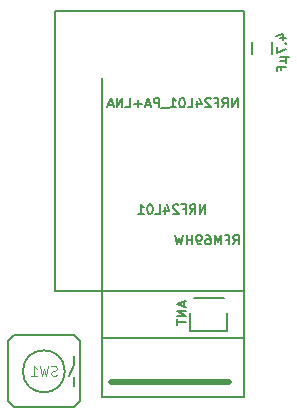
<source format=gbr>
G04 #@! TF.FileFunction,Legend,Bot*
%FSLAX46Y46*%
G04 Gerber Fmt 4.6, Leading zero omitted, Abs format (unit mm)*
G04 Created by KiCad (PCBNEW 4.0.4-stable) date Tuesday 22 November 2016 20:45:13*
%MOMM*%
%LPD*%
G01*
G04 APERTURE LIST*
%ADD10C,0.100000*%
%ADD11C,0.150000*%
%ADD12C,0.500000*%
%ADD13C,0.127000*%
%ADD14C,0.076200*%
G04 APERTURE END LIST*
D10*
D11*
X147500000Y-78700000D02*
X131500000Y-78700000D01*
X147500000Y-102400000D02*
X147500000Y-78700000D01*
X131500000Y-102400000D02*
X147500000Y-102400000D01*
X131500000Y-78700000D02*
X131500000Y-102400000D01*
X147500000Y-111400000D02*
X147500000Y-93400000D01*
X135500000Y-93400000D02*
X135500000Y-111400000D01*
X135500000Y-111400000D02*
X147500000Y-111400000D01*
X135500000Y-111400000D02*
X147500000Y-111400000D01*
X135500000Y-84400000D02*
X135500000Y-111400000D01*
X147500000Y-111400000D02*
X147500000Y-84400000D01*
X135500000Y-106400000D02*
X147500000Y-106400000D01*
D12*
X136250000Y-110100000D02*
X146250000Y-110100000D01*
D11*
X148150000Y-82300000D02*
X148150000Y-81300000D01*
X149850000Y-81300000D02*
X149850000Y-82300000D01*
D13*
X133090000Y-108692000D02*
X132709000Y-109581000D01*
X133090000Y-110470000D02*
X133090000Y-109708000D01*
X133090000Y-107930000D02*
X133090000Y-108692000D01*
X133090000Y-106152000D02*
X128010000Y-106152000D01*
X128010000Y-106152000D02*
X127502000Y-106660000D01*
X127502000Y-106660000D02*
X127502000Y-111740000D01*
X127502000Y-111740000D02*
X128010000Y-112248000D01*
X128010000Y-112248000D02*
X133090000Y-112248000D01*
X133090000Y-112248000D02*
X133598000Y-111740000D01*
X133598000Y-111740000D02*
X133598000Y-106660000D01*
X133598000Y-106660000D02*
X133090000Y-106152000D01*
X132328000Y-109200000D02*
G75*
G03X132328000Y-109200000I-1778000J0D01*
G01*
D11*
X146050000Y-105800000D02*
X146050000Y-104250000D01*
X142950000Y-104250000D02*
X142950000Y-105800000D01*
X142950000Y-105800000D02*
X146050000Y-105800000D01*
X143230000Y-102980000D02*
X145770000Y-102980000D01*
X146590476Y-98461905D02*
X146857143Y-98080952D01*
X147047619Y-98461905D02*
X147047619Y-97661905D01*
X146742857Y-97661905D01*
X146666666Y-97700000D01*
X146628571Y-97738095D01*
X146590476Y-97814286D01*
X146590476Y-97928571D01*
X146628571Y-98004762D01*
X146666666Y-98042857D01*
X146742857Y-98080952D01*
X147047619Y-98080952D01*
X145980952Y-98042857D02*
X146247619Y-98042857D01*
X146247619Y-98461905D02*
X146247619Y-97661905D01*
X145866666Y-97661905D01*
X145561905Y-98461905D02*
X145561905Y-97661905D01*
X145295238Y-98233333D01*
X145028571Y-97661905D01*
X145028571Y-98461905D01*
X144304762Y-97661905D02*
X144457143Y-97661905D01*
X144533333Y-97700000D01*
X144571428Y-97738095D01*
X144647619Y-97852381D01*
X144685714Y-98004762D01*
X144685714Y-98309524D01*
X144647619Y-98385714D01*
X144609524Y-98423810D01*
X144533333Y-98461905D01*
X144380952Y-98461905D01*
X144304762Y-98423810D01*
X144266666Y-98385714D01*
X144228571Y-98309524D01*
X144228571Y-98119048D01*
X144266666Y-98042857D01*
X144304762Y-98004762D01*
X144380952Y-97966667D01*
X144533333Y-97966667D01*
X144609524Y-98004762D01*
X144647619Y-98042857D01*
X144685714Y-98119048D01*
X143847619Y-98461905D02*
X143695238Y-98461905D01*
X143619047Y-98423810D01*
X143580952Y-98385714D01*
X143504761Y-98271429D01*
X143466666Y-98119048D01*
X143466666Y-97814286D01*
X143504761Y-97738095D01*
X143542857Y-97700000D01*
X143619047Y-97661905D01*
X143771428Y-97661905D01*
X143847619Y-97700000D01*
X143885714Y-97738095D01*
X143923809Y-97814286D01*
X143923809Y-98004762D01*
X143885714Y-98080952D01*
X143847619Y-98119048D01*
X143771428Y-98157143D01*
X143619047Y-98157143D01*
X143542857Y-98119048D01*
X143504761Y-98080952D01*
X143466666Y-98004762D01*
X143123809Y-98461905D02*
X143123809Y-97661905D01*
X143123809Y-98042857D02*
X142666666Y-98042857D01*
X142666666Y-98461905D02*
X142666666Y-97661905D01*
X142361904Y-97661905D02*
X142171428Y-98461905D01*
X142019047Y-97890476D01*
X141866666Y-98461905D01*
X141676190Y-97661905D01*
X144219048Y-95861905D02*
X144219048Y-95061905D01*
X143761905Y-95861905D01*
X143761905Y-95061905D01*
X142923810Y-95861905D02*
X143190477Y-95480952D01*
X143380953Y-95861905D02*
X143380953Y-95061905D01*
X143076191Y-95061905D01*
X143000000Y-95100000D01*
X142961905Y-95138095D01*
X142923810Y-95214286D01*
X142923810Y-95328571D01*
X142961905Y-95404762D01*
X143000000Y-95442857D01*
X143076191Y-95480952D01*
X143380953Y-95480952D01*
X142314286Y-95442857D02*
X142580953Y-95442857D01*
X142580953Y-95861905D02*
X142580953Y-95061905D01*
X142200000Y-95061905D01*
X141933334Y-95138095D02*
X141895239Y-95100000D01*
X141819048Y-95061905D01*
X141628572Y-95061905D01*
X141552382Y-95100000D01*
X141514286Y-95138095D01*
X141476191Y-95214286D01*
X141476191Y-95290476D01*
X141514286Y-95404762D01*
X141971429Y-95861905D01*
X141476191Y-95861905D01*
X140790477Y-95328571D02*
X140790477Y-95861905D01*
X140980953Y-95023810D02*
X141171429Y-95595238D01*
X140676191Y-95595238D01*
X139990476Y-95861905D02*
X140371429Y-95861905D01*
X140371429Y-95061905D01*
X139571429Y-95061905D02*
X139495238Y-95061905D01*
X139419048Y-95100000D01*
X139380953Y-95138095D01*
X139342857Y-95214286D01*
X139304762Y-95366667D01*
X139304762Y-95557143D01*
X139342857Y-95709524D01*
X139380953Y-95785714D01*
X139419048Y-95823810D01*
X139495238Y-95861905D01*
X139571429Y-95861905D01*
X139647619Y-95823810D01*
X139685715Y-95785714D01*
X139723810Y-95709524D01*
X139761905Y-95557143D01*
X139761905Y-95366667D01*
X139723810Y-95214286D01*
X139685715Y-95138095D01*
X139647619Y-95100000D01*
X139571429Y-95061905D01*
X138542857Y-95861905D02*
X139000000Y-95861905D01*
X138771429Y-95861905D02*
X138771429Y-95061905D01*
X138847619Y-95176190D01*
X138923810Y-95252381D01*
X139000000Y-95290476D01*
X146947619Y-86861905D02*
X146947619Y-86061905D01*
X146490476Y-86861905D01*
X146490476Y-86061905D01*
X145652381Y-86861905D02*
X145919048Y-86480952D01*
X146109524Y-86861905D02*
X146109524Y-86061905D01*
X145804762Y-86061905D01*
X145728571Y-86100000D01*
X145690476Y-86138095D01*
X145652381Y-86214286D01*
X145652381Y-86328571D01*
X145690476Y-86404762D01*
X145728571Y-86442857D01*
X145804762Y-86480952D01*
X146109524Y-86480952D01*
X145042857Y-86442857D02*
X145309524Y-86442857D01*
X145309524Y-86861905D02*
X145309524Y-86061905D01*
X144928571Y-86061905D01*
X144661905Y-86138095D02*
X144623810Y-86100000D01*
X144547619Y-86061905D01*
X144357143Y-86061905D01*
X144280953Y-86100000D01*
X144242857Y-86138095D01*
X144204762Y-86214286D01*
X144204762Y-86290476D01*
X144242857Y-86404762D01*
X144700000Y-86861905D01*
X144204762Y-86861905D01*
X143519048Y-86328571D02*
X143519048Y-86861905D01*
X143709524Y-86023810D02*
X143900000Y-86595238D01*
X143404762Y-86595238D01*
X142719047Y-86861905D02*
X143100000Y-86861905D01*
X143100000Y-86061905D01*
X142300000Y-86061905D02*
X142223809Y-86061905D01*
X142147619Y-86100000D01*
X142109524Y-86138095D01*
X142071428Y-86214286D01*
X142033333Y-86366667D01*
X142033333Y-86557143D01*
X142071428Y-86709524D01*
X142109524Y-86785714D01*
X142147619Y-86823810D01*
X142223809Y-86861905D01*
X142300000Y-86861905D01*
X142376190Y-86823810D01*
X142414286Y-86785714D01*
X142452381Y-86709524D01*
X142490476Y-86557143D01*
X142490476Y-86366667D01*
X142452381Y-86214286D01*
X142414286Y-86138095D01*
X142376190Y-86100000D01*
X142300000Y-86061905D01*
X141271428Y-86861905D02*
X141728571Y-86861905D01*
X141500000Y-86861905D02*
X141500000Y-86061905D01*
X141576190Y-86176190D01*
X141652381Y-86252381D01*
X141728571Y-86290476D01*
X141119047Y-86938095D02*
X140509523Y-86938095D01*
X140319047Y-86861905D02*
X140319047Y-86061905D01*
X140014285Y-86061905D01*
X139938094Y-86100000D01*
X139899999Y-86138095D01*
X139861904Y-86214286D01*
X139861904Y-86328571D01*
X139899999Y-86404762D01*
X139938094Y-86442857D01*
X140014285Y-86480952D01*
X140319047Y-86480952D01*
X139557142Y-86633333D02*
X139176190Y-86633333D01*
X139633333Y-86861905D02*
X139366666Y-86061905D01*
X139099999Y-86861905D01*
X138833333Y-86557143D02*
X138223809Y-86557143D01*
X138528571Y-86861905D02*
X138528571Y-86252381D01*
X137461904Y-86861905D02*
X137842857Y-86861905D01*
X137842857Y-86061905D01*
X137195238Y-86861905D02*
X137195238Y-86061905D01*
X136738095Y-86861905D01*
X136738095Y-86061905D01*
X136395238Y-86633333D02*
X136014286Y-86633333D01*
X136471429Y-86861905D02*
X136204762Y-86061905D01*
X135938095Y-86861905D01*
X150528571Y-81019048D02*
X151061905Y-81019048D01*
X150223810Y-80828572D02*
X150795238Y-80638096D01*
X150795238Y-81133334D01*
X150985714Y-81438096D02*
X151023810Y-81476191D01*
X151061905Y-81438096D01*
X151023810Y-81400001D01*
X150985714Y-81438096D01*
X151061905Y-81438096D01*
X150261905Y-81742858D02*
X150261905Y-82276191D01*
X151061905Y-81933334D01*
X150528571Y-82580953D02*
X151328571Y-82580953D01*
X150947619Y-82961906D02*
X151023810Y-83000001D01*
X151061905Y-83076191D01*
X150947619Y-82580953D02*
X151023810Y-82619048D01*
X151061905Y-82695239D01*
X151061905Y-82847620D01*
X151023810Y-82923810D01*
X150947619Y-82961906D01*
X150528571Y-82961906D01*
X150642857Y-83685715D02*
X150642857Y-83419048D01*
X151061905Y-83419048D02*
X150261905Y-83419048D01*
X150261905Y-83800001D01*
D14*
X131633733Y-109528990D02*
X131517619Y-109567695D01*
X131324095Y-109567695D01*
X131246685Y-109528990D01*
X131207981Y-109490286D01*
X131169276Y-109412876D01*
X131169276Y-109335467D01*
X131207981Y-109258057D01*
X131246685Y-109219352D01*
X131324095Y-109180648D01*
X131478914Y-109141943D01*
X131556323Y-109103238D01*
X131595028Y-109064533D01*
X131633733Y-108987124D01*
X131633733Y-108909714D01*
X131595028Y-108832305D01*
X131556323Y-108793600D01*
X131478914Y-108754895D01*
X131285390Y-108754895D01*
X131169276Y-108793600D01*
X130898343Y-108754895D02*
X130704819Y-109567695D01*
X130550000Y-108987124D01*
X130395181Y-109567695D01*
X130201657Y-108754895D01*
X129466267Y-109567695D02*
X129930724Y-109567695D01*
X129698495Y-109567695D02*
X129698495Y-108754895D01*
X129775905Y-108871010D01*
X129853314Y-108948419D01*
X129930724Y-108987124D01*
D11*
X142383333Y-103335715D02*
X142383333Y-103716667D01*
X142611905Y-103259524D02*
X141811905Y-103526191D01*
X142611905Y-103792858D01*
X142611905Y-104059524D02*
X141811905Y-104059524D01*
X142611905Y-104516667D01*
X141811905Y-104516667D01*
X141811905Y-104783333D02*
X141811905Y-105240476D01*
X142611905Y-105011905D02*
X141811905Y-105011905D01*
M02*

</source>
